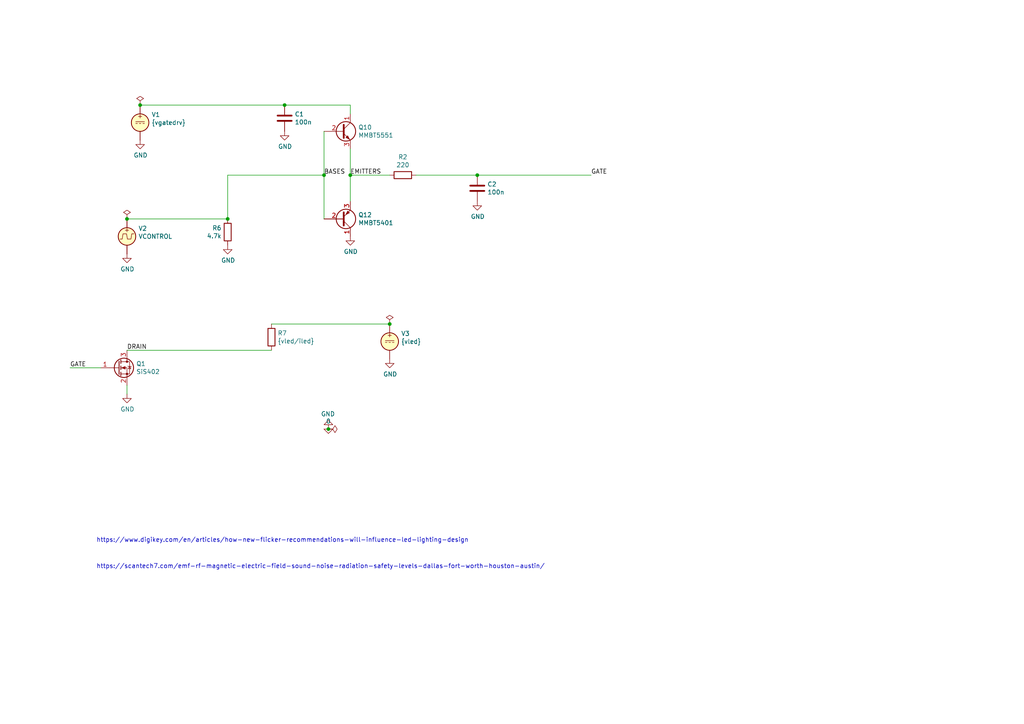
<source format=kicad_sch>
(kicad_sch (version 20211123) (generator eeschema)
  (paper "A4")
  (lib_symbols
    (symbol "Device:C" (pin_numbers hide) (pin_names (offset 0.254))
      (property "Reference" "C" (at 0.635 2.54 0))
      (property "Value" "C" (at 0.635 -2.54 0))
      (symbol "C_0_1"
        (polyline (pts (xy -2.032 -0.762) (xy 2.032 -0.762)) (stroke (width 0.508)))
        (polyline (pts (xy -2.032 0.762) (xy 2.032 0.762)) (stroke (width 0.508)))
      )
      (symbol "C_1_1"
        (pin passive line (at 0 3.81 270) (length 2.794) (name "~") (number "1"))
        (pin passive line (at 0 -3.81 90) (length 2.794) (name "~") (number "2"))
      )
    )
    (symbol "Device:Q_NPN_CBE" (pin_names (offset 0) hide)
      (property "Reference" "Q" (at 5.08 1.27 0))
      (property "Value" "Q_NPN_CBE" (at 5.08 -1.27 0))
      (symbol "Q_NPN_CBE_0_1"
        (polyline (pts (xy 0.635 0.635) (xy 2.54 2.54)))
        (polyline (pts (xy 0.635 -0.635) (xy 2.54 -2.54) (xy 2.54 -2.54)))
        (polyline (pts (xy 0.635 1.905) (xy 0.635 -1.905) (xy 0.635 -1.905)) (stroke (width 0.508)))
        (polyline (pts (xy 1.27 -1.778) (xy 1.778 -1.27) (xy 2.286 -2.286) (xy 1.27 -1.778) (xy 1.27 -1.778)) (fill (type outline)))
        (circle (center 1.27 0) (radius 2.8194) (stroke (width 0.254)))
      )
      (symbol "Q_NPN_CBE_1_1"
        (pin passive line (at 2.54 5.08 270) (length 2.54) (name "C") (number "1"))
        (pin input line (at -5.08 0 0) (length 5.715) (name "B") (number "2"))
        (pin passive line (at 2.54 -5.08 90) (length 2.54) (name "E") (number "3"))
      )
    )
    (symbol "Device:Q_PNP_CBE" (pin_names (offset 0) hide)
      (property "Reference" "Q" (at 5.08 1.27 0))
      (property "Value" "Q_PNP_CBE" (at 5.08 -1.27 0))
      (symbol "Q_PNP_CBE_0_1"
        (polyline (pts (xy 0.635 0.635) (xy 2.54 2.54)))
        (polyline (pts (xy 0.635 -0.635) (xy 2.54 -2.54) (xy 2.54 -2.54)))
        (polyline (pts (xy 0.635 1.905) (xy 0.635 -1.905) (xy 0.635 -1.905)) (stroke (width 0.508)))
        (polyline (pts (xy 2.286 -1.778) (xy 1.778 -2.286) (xy 1.27 -1.27) (xy 2.286 -1.778) (xy 2.286 -1.778)) (fill (type outline)))
        (circle (center 1.27 0) (radius 2.8194) (stroke (width 0.254)))
      )
      (symbol "Q_PNP_CBE_1_1"
        (pin passive line (at 2.54 5.08 270) (length 2.54) (name "C") (number "1"))
        (pin input line (at -5.08 0 0) (length 5.715) (name "B") (number "2"))
        (pin passive line (at 2.54 -5.08 90) (length 2.54) (name "E") (number "3"))
      )
    )
    (symbol "Device:R" (pin_numbers hide) (pin_names (offset 0))
      (property "Reference" "R" (at 2.032 0 90))
      (property "Value" "R" (at 0 0 90))
      (symbol "R_0_1"
        (rectangle (start -1.016 -2.54) (end 1.016 2.54) (stroke (width 0.254)))
      )
      (symbol "R_1_1"
        (pin passive line (at 0 3.81 270) (length 1.27) (name "~") (number "1"))
        (pin passive line (at 0 -3.81 90) (length 1.27) (name "~") (number "2"))
      )
    )
    (symbol "Simulation_SPICE:VDC" (pin_numbers hide) (pin_names (offset 0.0254))
      (property "Reference" "V" (at 2.54 2.54 0))
      (property "Value" "VDC" (at 2.54 0 0))
      (property "Spice_Model" "dc(1)" (at 2.54 -2.54 0))
      (symbol "VDC_0_0"
        (polyline (pts (xy -1.27 0.254) (xy 1.27 0.254)))
        (polyline (pts (xy -0.762 -0.254) (xy -1.27 -0.254)))
        (polyline (pts (xy 0.254 -0.254) (xy -0.254 -0.254)))
        (polyline (pts (xy 1.27 -0.254) (xy 0.762 -0.254)))
        (text "+" (at 0 1.905 0) (effects (font (size 1.27 1.27))))
      )
      (symbol "VDC_0_1"
        (circle (center 0 0) (radius 2.54) (stroke (width 0.254)) (fill (type background)))
      )
      (symbol "VDC_1_1"
        (pin passive line (at 0 5.08 270) (length 2.54) (name "~") (number "1"))
        (pin passive line (at 0 -5.08 90) (length 2.54) (name "~") (number "2"))
      )
    )
    (symbol "Simulation_SPICE:VPULSE" (pin_numbers hide) (pin_names (offset 0.0254))
      (property "Reference" "V" (at 2.54 2.54 0))
      (property "Value" "VPULSE" (at 2.54 0 0))
      (property "Spice_Model" "pulse(0 1 2n 2n 2n 50n 100n)" (at 2.54 -2.54 0))
      (symbol "VPULSE_0_0"
        (polyline (pts (xy -2.032 -0.762) (xy -1.397 -0.762) (xy -1.143 0.762) (xy -0.127 0.762) (xy 0.127 -0.762) (xy 1.143 -0.762) (xy 1.397 0.762) (xy 2.032 0.762)))
        (text "+" (at 0 1.905 0) (effects (font (size 1.27 1.27))))
      )
      (symbol "VPULSE_0_1"
        (circle (center 0 0) (radius 2.54) (stroke (width 0.254)) (fill (type background)))
      )
      (symbol "VPULSE_1_1"
        (pin passive line (at 0 5.08 270) (length 2.54) (name "~") (number "1"))
        (pin passive line (at 0 -5.08 90) (length 2.54) (name "~") (number "2"))
      )
    )
    (symbol "Transistor_FET:AO3400A" (pin_names hide)
      (property "Reference" "Q" (at 5.08 1.905 0))
      (property "Value" "AO3400A" (at 5.08 0 0))
      (symbol "AO3400A_0_1"
        (polyline (pts (xy 0.254 0) (xy -2.54 0)))
        (polyline (pts (xy 0.254 1.905) (xy 0.254 -1.905)) (stroke (width 0.254)))
        (polyline (pts (xy 0.762 -1.27) (xy 0.762 -2.286)) (stroke (width 0.254)))
        (polyline (pts (xy 0.762 0.508) (xy 0.762 -0.508)) (stroke (width 0.254)))
        (polyline (pts (xy 0.762 2.286) (xy 0.762 1.27)) (stroke (width 0.254)))
        (polyline (pts (xy 2.54 2.54) (xy 2.54 1.778)))
        (polyline (pts (xy 2.54 -2.54) (xy 2.54 0) (xy 0.762 0)))
        (polyline (pts (xy 0.762 -1.778) (xy 3.302 -1.778) (xy 3.302 1.778) (xy 0.762 1.778)))
        (polyline (pts (xy 1.016 0) (xy 2.032 0.381) (xy 2.032 -0.381) (xy 1.016 0)) (fill (type outline)))
        (polyline (pts (xy 2.794 0.508) (xy 2.921 0.381) (xy 3.683 0.381) (xy 3.81 0.254)))
        (polyline (pts (xy 3.302 0.381) (xy 2.921 -0.254) (xy 3.683 -0.254) (xy 3.302 0.381)))
        (circle (center 1.651 0) (radius 2.794) (stroke (width 0.254)))
        (circle (center 2.54 -1.778) (radius 0.254) (fill (type outline)))
        (circle (center 2.54 1.778) (radius 0.254) (fill (type outline)))
      )
      (symbol "AO3400A_1_1"
        (pin input line (at -5.08 0 0) (length 2.54) (name "G") (number "1"))
        (pin passive line (at 2.54 -5.08 90) (length 2.54) (name "S") (number "2"))
        (pin passive line (at 2.54 5.08 270) (length 2.54) (name "D") (number "3"))
      )
    )
    (symbol "power:GND" (power) (pin_names (offset 0))
      (property "Value" "GND" (at 0 -3.81 0))
      (symbol "GND_0_1"
        (polyline (pts (xy 0 0) (xy 0 -1.27) (xy 1.27 -1.27) (xy 0 -2.54) (xy -1.27 -1.27) (xy 0 -1.27)))
      )
      (symbol "GND_1_1"
        (pin power_in line (at 0 0 270) (length 0) hide (name "GND") (number "1"))
      )
    )
    (symbol "power:PWR_FLAG" (power) (pin_numbers hide) (pin_names (offset 0) hide)
      (property "Value" "PWR_FLAG" (at 0 3.81 0))
      (symbol "PWR_FLAG_0_0"
        (pin power_out line (at 0 0 90) (length 0) (name "pwr") (number "1"))
      )
      (symbol "PWR_FLAG_0_1"
        (polyline (pts (xy 0 0) (xy 0 1.27) (xy -1.016 1.905) (xy 0 2.54) (xy 1.016 1.905) (xy 0 1.27)))
      )
    )
    (symbol "pspice:0" (power) (pin_names (offset 0))
      (property "Value" "0" (at 0 -1.778 0))
      (symbol "0_0_1"
        (polyline (pts (xy -1.27 0) (xy 0 -1.27) (xy 1.27 0) (xy -1.27 0)))
      )
      (symbol "0_1_1"
        (pin power_in line (at 0 0 0) (length 0) hide (name "0") (number "1"))
      )
    )
  )
  (junction (at 93.98 50.8))
  (junction (at 113.03 93.98))
  (junction (at 66.04 63.5))
  (junction (at 138.43 50.8))
  (junction (at 82.55 30.48))
  (junction (at 40.64 30.48))
  (junction (at 95.25 124.46))
  (junction (at 101.6 50.8))
  (junction (at 36.83 63.5))
  (wire (pts (xy 36.83 63.5) (xy 66.04 63.5)))
  (wire (pts (xy 138.43 50.8) (xy 171.45 50.8)))
  (wire (pts (xy 20.32 106.68) (xy 29.21 106.68)))
  (wire (pts (xy 101.6 30.48) (xy 101.6 33.02)))
  (wire (pts (xy 66.04 50.8) (xy 93.98 50.8)))
  (wire (pts (xy 101.6 58.42) (xy 101.6 50.8)))
  (wire (pts (xy 101.6 50.8) (xy 101.6 43.18)))
  (wire (pts (xy 40.64 30.48) (xy 82.55 30.48)))
  (wire (pts (xy 120.65 50.8) (xy 138.43 50.8)))
  (wire (pts (xy 36.83 101.6) (xy 78.74 101.6)))
  (wire (pts (xy 113.03 50.8) (xy 101.6 50.8)))
  (wire (pts (xy 78.74 93.98) (xy 113.03 93.98)))
  (wire (pts (xy 93.98 38.1) (xy 93.98 50.8)))
  (wire (pts (xy 66.04 63.5) (xy 66.04 50.8)))
  (wire (pts (xy 93.98 50.8) (xy 93.98 63.5)))
  (wire (pts (xy 36.83 114.3) (xy 36.83 111.76)))
  (wire (pts (xy 82.55 30.48) (xy 101.6 30.48)))
  (text ".param temp_a=40\n\n* https://datasheet.lcsc.com/lcsc/1809301517_Vishay-Intertech-SIS402DN-T1-GE3_C15791.pdf p11\n.param tja=70\n.param tjc=2.4\n\n.param n_fets=1\n\n.param pwm_freq=240\n.param pwm_duty=0.5\n.param pwm_edge=0.5u\n\n.param vlogic=5\n.param vgatedrv=5\n.param vled=24\n.param iled=8\n\n.param sim_periods=5\n\n.csparam temp_a={temp_a}\n.csparam tja={tja}\n.csparam tjc={tjc}\n.csparam n_fets={n_fets}\n.csparam pwm_freq={pwm_freq}\n.csparam pwm_duty={pwm_duty}\n.csparam pwm_edge={pwm_edge}\n.csparam vlogic={vlogic}\n.csparam vgatedrv={vgatedrv}\n.csparam vled={vled}\n.csparam iled={iled}\n.csparam sim_periods={sim_periods}\n\n.options savecurrents\n.option temp='temp_a'\n\n.tran {1/16384/pwm_freq} {sim_periods/pwm_freq}\n\n.control\n\npre_set strict_errorhandling\n\nlet temp_a=$&temp_a\nlet n_fets=$&n_fets\nlet tja=$&tja\nlet tjc=$&tjc\nlet pwm_freq=$&pwm_freq\nlet pwm_duty=$&pwm_duty\nlet pwm_edge=$&pwm_edge\nlet vlogic=$&vlogic\nlet vgatedrv=$&vgatedrv\nlet vled=$&vled\nlet iled=$&iled\nlet sim_periods=$&sim_periods\n\nlet id=@R7[i]\nlet vd=v(\"/DRAIN\")\nlet pds=vd*id\n\nmeas TRAN id_min MIN id\nmeas TRAN id_max MAX id\nlet idlm=0.2*(id_max-id_min)+id_min\nlet idhm=0.8*(id_max-id_min)+id_min\nlet idl=0.05*(id_max-id_min)+id_min\nlet idh=0.95*(id_max-id_min)+id_min\n\nmeas TRAN id_rise_time TRIG id VAL=idlm RISE=2 TARG id VAL=idh RISE=2\nmeas TRAN id_fall_time TRIG id VAL=idhm FALL=2 TARG id VAL=idl FALL=2\nlet id_rise_freq=1/id_rise_time\nlet id_fall_freq=1/id_fall_time\nlet id_lambda=(3e8/max(id_rise_freq, id_fall_freq))\n\nmeas TRAN id_rise_from WHEN id=idl RISE=2\nmeas TRAN id_rise_to WHEN id=idh RISE=1 td=id_rise_from\nmeas TRAN id_fall_from WHEN id=idh FALL=1 td=id_rise_to\nmeas TRAN id_fall_to WHEN id=idl FALL=1 td=id_fall_from\nmeas TRAN id_rise_from2 WHEN id=idl RISE=2 td=id_fall_to\n\nlet switching_time_fraction=((id_rise_to-id_rise_from)+(id_fall_to-id_fall_from)) / (id_rise_from2-id_rise_from)\n\nmeas tran wds_rise integ pds from=id_rise_from to=id_rise_to\nmeas tran wds_high integ pds from=id_rise_to to=id_fall_from\nmeas tran wds_fall integ pds from=id_fall_from to=id_fall_to\nmeas tran wds_low integ pds from=id_fall_to to=id_rise_from2\nmeas tran wds_all integ pds from=id_rise_from to=id_rise_from2\n\nlet pds_rise=wds_rise/(id_rise_to-id_rise_from)\nlet pds_high=wds_high/(id_fall_from-id_rise_to)\nlet pds_fall=wds_fall/(id_fall_to-id_fall_from)\nlet pds_low=wds_low/(id_rise_from2-id_fall_to)\nlet pds_all=wds_all/(id_rise_from2-id_rise_from)\nlet pds_one=pds_all/n_fets\n\nlet switching_loss=(wds_rise+wds_fall)/wds_all\nlet total_loss=mean(vd*id) / mean((vled-vd)*id)\n\nlet rds=vd/id\nmeas tran rds_on avg rds from=id_rise_to to=id_fall_from\nmeas tran rds_off_ avg rds from=id_fall_to to=id_rise_from2\nlet rds_off=(rds_off_ >= 0) ? rds_off_ : 1e6\n\nlet temp_ca=pds_all*(tja-tjc)\nlet temp_jc=pds_one*tjc\nlet temp_ja=temp_jc+temp_ca\nlet temp_c=temp_ca+temp_a\nlet temp_j=temp_ja+temp_a\n\nlet i_gpio_max=maximum(@V2[i])\n\necho .\necho CONFIG:\nprint sim_periods\necho .\n\necho Voltages\nprint vlogic\nprint vgatedrv\nprint vled\nprint iled\necho .\n\necho PWM configuration\nprint pwm_freq\nprint pwm_duty\nprint pwm_edge\necho .\n\necho Number of parallel'd transistors\nprint n_fets\necho .\n\necho .\necho RESULTS:\necho .\n\necho Power lost in transistors during rise/high/fall/low\nprint pds_rise\nprint pds_high\nprint pds_fall\nprint pds_low\nprint pds_all\necho .\n\necho Effective Rds(on/off)\nprint rds_on\nprint rds_off\necho .\n\necho Actual Rds(on/off)\nprint rds_on*n_fets\nprint rds_off*n_fets\necho .\n\necho Switching loss as fraction of loss in transistors\nprint switching_loss\necho .\n\necho Loss in transistors as fraction of total power (lost + delivered to load)\nprint total_loss\necho .\n\necho Drain current rise/fall root-frequencies (1/t)\nprint id_rise_freq\nprint id_fall_freq\nprint id_lambda\necho .\n\necho Temperatures\nprint temp_j\nprint temp_c\nprint temp_a\nprint temp_ja\nprint temp_jc\nprint temp_ca\necho .\n\necho Switching time fraction of full cycle\nprint switching_time_fraction\necho .\n\necho Max GPIO loading\nprint i_gpio_max\necho .\n\nset hcopydevtype=svg\nset svg_intopts=( 1200 900 24 0 1 4 1 )\nsetcs svg_stropts=( black Arial Arial )\nset color1=cyan\nset color2=green\n\nhardcopy sim_ids_tran.svg id title 'Ids transient' xlabel 'Time' ylabel 'Ids'\n\nlinearize id\nset specwindow=none\nfft id\nhardcopy sim_ids_fft.svg db(id) title 'Ids spectrum' xlabel 'Frequency' ylabel 'Ids (db A)'\n\n.endc\n" (at 299.72 278.13 0) (effects (font (size 0.9906 0.9906)) (justify left bottom)))
  (text "https://scantech7.com/emf-rf-magnetic-electric-field-sound-noise-radiation-safety-levels-dallas-fort-worth-houston-austin/" (at 27.94 165.1 0) (effects (font (size 1.27 1.27)) (justify left bottom)))
  (text "https://www.digikey.com/en/articles/how-new-flicker-recommendations-will-influence-led-lighting-design" (at 27.94 157.48 0) (effects (font (size 1.27 1.27)) (justify left bottom)))
  (label "EMITTERS" (at 101.6 50.8 0))
  (label "BASES" (at 93.98 50.8 0))
  (label "GATE" (at 171.45 50.8 0))
  (label "GATE" (at 20.32 106.68 0))
  (label "DRAIN" (at 36.83 101.6 0))
  (symbol (lib_id "Simulation_SPICE:VDC") (at 40.64 35.56 0) (unit 1)
    (property "Reference" "V1" (at 43.942 33.2486 0) (effects (justify left)))
    (property "Value" "VDRIVER" (at 43.942 35.56 0) (effects (justify left)))
    (property "Spice_Netlist_Enabled" "Y" (effects hide))
    (property "Spice_Primitive" "V" (effects hide))
    (property "Spice_Model" "dc({vgatedrv})" (at 43.942 37.8714 0) (effects (justify left)))
  )
  (symbol (lib_id "power:GND") (at 40.64 40.64 0)
    (property "Reference" "#PWR02" (effects hide))
    (property "Value" "GND" (at 40.767 45.0342 0))
  )
  (symbol (lib_id "Simulation_SPICE:VPULSE") (at 36.83 68.58 0) (unit 1)
    (property "Reference" "V2" (at 40.132 66.2686 0) (effects (justify left)))
    (property "Value" "VCONTROL" (at 40.132 68.58 0) (effects (justify left)))
    (property "Spice_Netlist_Enabled" "Y" (effects hide))
    (property "Spice_Primitive" "V" (effects hide))
    (property "Spice_Model" "dc(0) pulse(0 {vlogic} 0 {pwm_edge} {pwm_edge} {(pwm_duty)/pwm_freq-pwm_edge} {1/pwm_freq} -1)" (at 40.132 70.8914 0) (effects (justify left)))
  )
  (symbol (lib_id "power:GND") (at 36.83 73.66 0)
    (property "Reference" "#PWR08" (effects hide))
    (property "Value" "GND" (at 36.957 78.0542 0))
  )
  (symbol (lib_id "Simulation_SPICE:VDC") (at 113.03 99.06 0) (unit 1)
    (property "Reference" "V3" (at 116.332 96.7486 0) (effects (justify left)))
    (property "Value" "VLEDS" (at 116.332 99.06 0) (effects (justify left)))
    (property "Spice_Netlist_Enabled" "Y" (effects hide))
    (property "Spice_Primitive" "V" (effects hide))
    (property "Spice_Model" "dc({vled})" (at 116.332 101.3714 0) (effects (justify left)))
  )
  (symbol (lib_id "Device:Q_NPN_CBE") (at 99.06 38.1 0)
    (property "Reference" "Q10" (at 103.9114 36.9316 0) (effects (justify left)))
    (property "Value" "MMBT5551" (at 103.9114 39.243 0) (effects (justify left)))
    (property "Footprint" "Package_TO_SOT_SMD:SOT-23" (effects hide))
    (property "Datasheet" "www.onsemi.com/pub/Collateral/MMBT5550LT1-D.PDF" (effects hide))
    (property "JLC" "C2145" (effects hide))
    (property "Spice_Primitive" "Q" (effects hide))
    (property "Spice_Model" "MMBT5551" (effects hide))
    (property "Spice_Netlist_Enabled" "Y" (effects hide))
    (property "Spice_Lib_File" "spice/MMBT5551.spice.txt" (effects hide))
  )
  (symbol (lib_id "power:GND") (at 101.6 68.58 0)
    (property "Reference" "#PWR06" (effects hide))
    (property "Value" "GND" (at 101.727 72.9742 0))
  )
  (symbol (lib_id "power:GND") (at 113.03 104.14 0)
    (property "Reference" "#PWR09" (effects hide))
    (property "Value" "GND" (at 113.157 108.5342 0))
  )
  (symbol (lib_id "Device:R") (at 66.04 67.31 0)
    (property "Reference" "R6" (at 64.262 66.1416 0) (effects (justify right)))
    (property "Value" "4.7k" (at 64.262 68.453 0) (effects (justify right)))
    (property "Footprint" "Resistor_SMD:R_0402_1005Metric" (effects hide))
    (property "JLC" "C25900" (effects hide))
  )
  (symbol (lib_id "power:GND") (at 66.04 71.12 0)
    (property "Reference" "#PWR07" (effects hide))
    (property "Value" "GND" (at 66.167 75.5142 0))
  )
  (symbol (lib_id "Device:R") (at 78.74 97.79 0)
    (property "Reference" "R7" (at 80.518 96.6216 0) (effects (justify left)))
    (property "Value" "{vled/iled}" (at 80.518 98.933 0) (effects (justify left)))
    (property "Footprint" "Resistor_SMD:R_0402_1005Metric" (effects hide))
    (property "JLC" "C25900" (effects hide))
  )
  (symbol (lib_id "Device:Q_PNP_CBE") (at 99.06 63.5 0) (mirror x)
    (property "Reference" "Q12" (at 103.9114 62.3316 0) (effects (justify left)))
    (property "Value" "MMBT5401" (at 103.9114 64.643 0) (effects (justify left)))
    (property "Footprint" "Package_TO_SOT_SMD:SOT-23" (effects hide))
    (property "Datasheet" "https://datasheet.lcsc.com/lcsc/1809140241_Changjiang-Electronics-Tech--CJ-MMBT5401_C8326.pdf" (effects hide))
    (property "JLC" "C8326" (effects hide))
    (property "Spice_Primitive" "Q" (effects hide))
    (property "Spice_Model" "MMBT5401" (effects hide))
    (property "Spice_Netlist_Enabled" "Y" (effects hide))
    (property "Spice_Lib_File" "spice/MMBT5401.spice.txt" (effects hide))
  )
  (symbol (lib_id "Device:R") (at 116.84 50.8 90)
    (property "Reference" "R2" (at 116.84 45.5422 90))
    (property "Value" "220" (at 116.84 47.8536 90))
    (property "Footprint" "Resistor_SMD:R_0402_1005Metric_Pad0.72x0.64mm_HandSolder" (effects hide))
    (property "JLC" "C25079" (effects hide))
  )
  (symbol (lib_id "Device:C") (at 138.43 54.61 0)
    (property "Reference" "C2" (at 141.351 53.4416 0) (effects (justify left)))
    (property "Value" "100n" (at 141.351 55.753 0) (effects (justify left)))
    (property "Footprint" "Capacitor_SMD:C_0402_1005Metric" (effects hide))
    (property "JLC" "C307331" (effects hide))
  )
  (symbol (lib_id "power:GND") (at 138.43 58.42 0)
    (property "Reference" "#PWR03" (effects hide))
    (property "Value" "GND" (at 138.557 62.8142 0))
  )
  (symbol (lib_id "pspice:0") (at 95.25 124.46 0) (unit 1)
    (property "Reference" "#GND01" (effects hide))
    (property "Value" "0" (at 95.25 122.1994 0))
  )
  (symbol (lib_id "power:GND") (at 95.25 124.46 180)
    (property "Reference" "#PWR010" (effects hide))
    (property "Value" "GND" (at 95.123 120.0658 0))
  )
  (symbol (lib_id "power:PWR_FLAG") (at 113.03 93.98 0) (unit 1)
    (property "Reference" "#FLG0101" (effects hide))
    (property "Value" "PWR_FLAG" (effects hide))
  )
  (symbol (lib_id "power:PWR_FLAG") (at 40.64 30.48 0) (unit 1)
    (property "Reference" "#FLG0102" (effects hide))
    (property "Value" "PWR_FLAG" (effects hide))
  )
  (symbol (lib_id "power:PWR_FLAG") (at 36.83 63.5 0) (unit 1)
    (property "Reference" "#FLG0103" (effects hide))
    (property "Value" "PWR_FLAG" (effects hide))
  )
  (symbol (lib_id "power:PWR_FLAG") (at 95.25 124.46 270) (unit 1)
    (property "Reference" "#FLG0104" (effects hide))
    (property "Value" "PWR_FLAG" (effects hide))
  )
  (symbol (lib_id "Device:C") (at 82.55 34.29 0)
    (property "Reference" "C1" (at 85.471 33.1216 0) (effects (justify left)))
    (property "Value" "100n" (at 85.471 35.433 0) (effects (justify left)))
    (property "Footprint" "Capacitor_SMD:C_0402_1005Metric" (effects hide))
    (property "JLC" "C307331" (effects hide))
  )
  (symbol (lib_id "power:GND") (at 82.55 38.1 0)
    (property "Reference" "#PWR01" (effects hide))
    (property "Value" "GND" (at 82.677 42.4942 0))
  )
  (symbol (lib_id "Transistor_FET:AO3400A") (at 34.29 106.68 0)
    (property "Reference" "Q1" (at 39.497 105.5116 0) (effects (justify left)))
    (property "Value" "SiS402" (at 39.497 107.823 0) (effects (justify left)))
    (property "Spice_Primitive" "X" (effects hide))
    (property "Spice_Model" "SiS402DN" (effects hide))
    (property "Spice_Netlist_Enabled" "Y" (effects hide))
    (property "Spice_Lib_File" "spice/SiS402DN_PS.lib" (effects hide))
    (property "Spice_Node_Sequence" "3 1 2" (effects hide))
  )
  (symbol (lib_id "power:GND") (at 36.83 114.3 0)
    (property "Reference" "#PWR014" (effects hide))
    (property "Value" "GND" (at 36.957 118.6942 0))
  )
)
</source>
